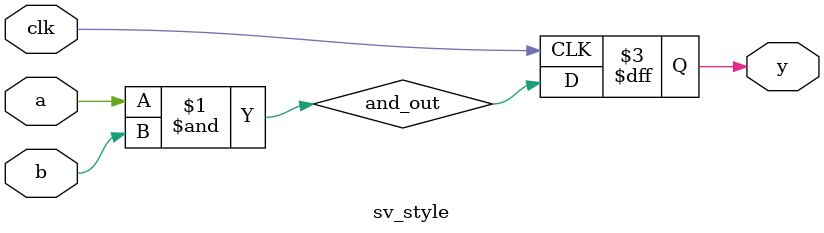
<source format=sv>

module sv_style(
    input logic a,
    input logic b,
    input logic clk,
    output logic y
);

 logic and_out;

 assign and_out= a & b;

 always_ff @(posedge clk ) begin 

    y<=and_out;
    
 end 
    
endmodule
</source>
